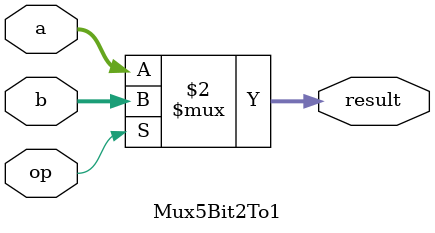
<source format=sv>
module Mux5Bit2To1(a, b, op, result);
  input [4:0] a, b; // 32-bit inputs
  input op; // one-bit selection input
  output [4:0] result; // 32-bit output
  
  assign result = (op == 1'b0) ? a : b;
endmodule
</source>
